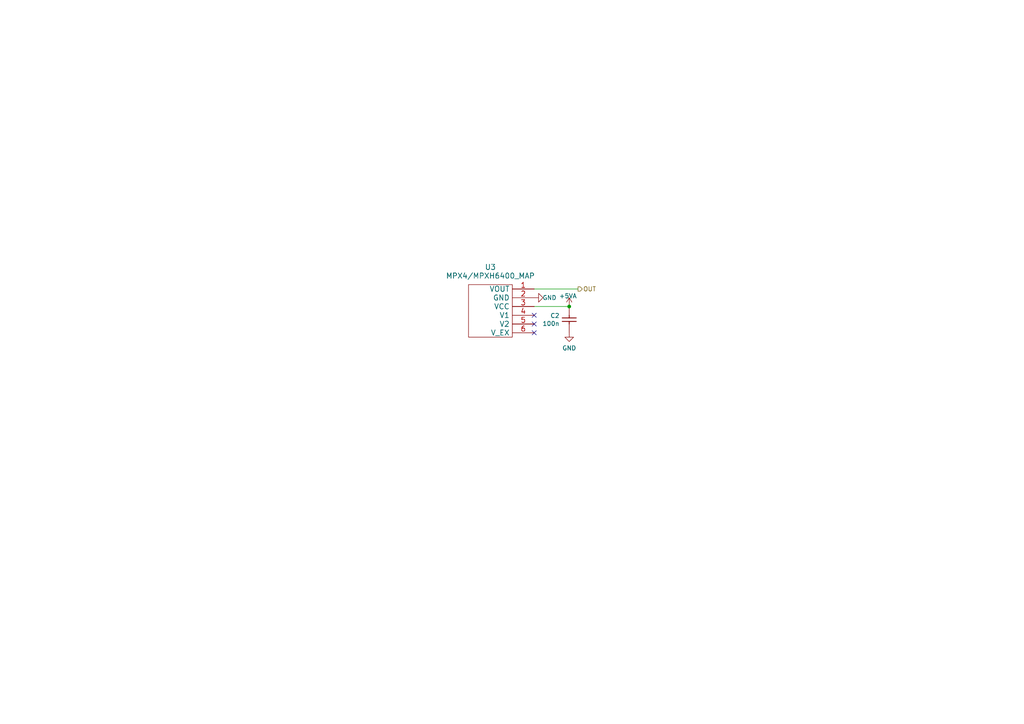
<source format=kicad_sch>
(kicad_sch (version 20230121) (generator eeschema)
  (paper "A4")
  (lib_symbols
    (symbol "MPX-4_MAP:MPX4{slash}MPXH6400_MAP" (pin_names (offset 0.762))
      (property "Reference" "U" (at 0 10.16 0))
      (property "Value" "MPX4{slash}MPXH6400_MAP" (at 3.81 -10.16 0))
      (symbol "MPX4{slash}MPXH6400_MAP_0_1"
        (rectangle (start -2.54 7.62) (end 10.16 -7.62))
      )
      (symbol "MPX4{slash}MPXH6400_MAP_1_1"
        (pin passive line (at -8.89 6.35 0) (length 6.35) (name "VOUT") (number "1"))
        (pin passive line (at -8.89 3.81 0) (length 6.35) (name "GND") (number "2"))
        (pin passive line (at -8.89 1.27 0) (length 6.35) (name "VCC") (number "3"))
        (pin passive line (at -8.89 -1.27 0) (length 6.35) (name "V1") (number "4"))
        (pin passive line (at -8.89 -3.81 0) (length 6.35) (name "V2") (number "5"))
        (pin passive line (at -8.89 -6.35 0) (length 6.35) (name "V_EX") (number "6"))
      )
    )
    (symbol "hellen-one-common:Cap" (pin_numbers hide)
      (property "Reference" "C" (at -3.81 2.54 0))
      (property "Value" "Cap" (at -2.54 -1.27 0))
      (symbol "Cap_1_0"
        (polyline (pts (xy -1.27 0) (xy -0.508 0)) (stroke (width 0.254)))
        (polyline (pts (xy -0.508 -2.032) (xy -0.508 2.032)) (stroke (width 0.254)))
        (polyline (pts (xy 0.508 2.032) (xy 0.508 -2.032)) (stroke (width 0.254)))
        (polyline (pts (xy 1.27 0) (xy 0.508 0)) (stroke (width 0.254)))
        (pin passive line (at -3.81 0 0) (length 2.54) (name "") (number "1"))
        (pin passive line (at 3.81 0 180) (length 2.54) (name "") (number "2"))
      )
    )
    (symbol "power:+5VA" (power) (pin_names (offset 0))
      (property "Value" "+5VA" (at 0 3.556 0))
      (symbol "+5VA_0_1"
        (polyline (pts (xy -0.762 1.27) (xy 0 2.54)))
        (polyline (pts (xy 0 0) (xy 0 2.54)))
        (polyline (pts (xy 0 2.54) (xy 0.762 1.27)))
      )
      (symbol "+5VA_1_1"
        (pin power_in line (at 0 0 90) (length 0) hide (name "+5VA") (number "1"))
      )
    )
    (symbol "power:GND" (power) (pin_names (offset 0))
      (property "Value" "GND" (at 0 -3.81 0))
      (symbol "GND_0_1"
        (polyline (pts (xy 0 0) (xy 0 -1.27) (xy 1.27 -1.27) (xy 0 -2.54) (xy -1.27 -1.27) (xy 0 -1.27)))
      )
      (symbol "GND_1_1"
        (pin power_in line (at 0 0 270) (length 0) hide (name "GND") (number "1"))
      )
    )
  )
  (junction (at 165.1 88.9))
  (no_connect (at 154.94 91.44))
  (no_connect (at 154.94 96.52))
  (no_connect (at 154.94 93.98))
  (wire (pts (xy 165.1 88.9) (xy 154.94 88.9)))
  (wire (pts (xy 154.94 83.82) (xy 167.64 83.82)))
  (hierarchical_label "OUT" (shape output) (at 167.64 83.82 0))
  (symbol (lib_id "power:GND") (at 154.94 86.36 90) (mirror x) (unit 1)
    (property "Reference" "#PWR041" (effects hide))
    (property "Value" "GND" (at 159.385 86.36 90))
    (instances (project "alphax_4ch" (path "" (reference "#PWR041") (unit 1)) (path "" (reference "#PWR0149") (unit 1))) (project "uaefi" (path "" (reference "#PWR041") (unit 1))))
  )
  (symbol (lib_id "power:GND") (at 165.1 96.52 0) (mirror y) (unit 1)
    (property "Reference" "#PWR047" (effects hide))
    (property "Value" "GND" (at 165.1 100.965 0))
    (instances (project "alphax_4ch" (path "" (reference "#PWR047") (unit 1)) (path "" (reference "#PWR0151") (unit 1))) (project "uaefi" (path "" (reference "#PWR047") (unit 1))))
  )
  (symbol (lib_id "power:+5VA") (at 165.1 88.9 0) (mirror y) (unit 1)
    (property "Reference" "#PWR0115" (effects hide))
    (property "Value" "+5VA" (at 164.7317 85.8456 0))
    (instances (project "alphax_4ch" (path "" (reference "#PWR0115") (unit 1)) (path "" (reference "#PWR0150") (unit 1))) (project "uaefi" (path "" (reference "#PWR0115") (unit 1))))
  )
  (symbol (lib_id "hellen-one-common:Cap") (at 165.1 92.71 270) (mirror x) (unit 1)
    (property "Reference" "C2" (at 162.3059 91.5606 90) (effects (justify right)))
    (property "Value" "100n" (at 162.3059 93.8593 90) (effects (justify right)))
    (property "Footprint" "hellen-one-common:C0603" (effects hide))
    (property "LCSC" "C14663" (effects hide))
  )
  (symbol (lib_id "MPX-4_MAP:MPX4{slash}MPXH6400_MAP") (at 146.05 90.17 0) (mirror y) (unit 1)
    (property "Reference" "U3" (at 142.24 77.47 0) (effects (font (size 1.524 1.524))))
    (property "Value" "MPX4/MPXH6400_MAP" (at 142.24 80.01 0) (effects (font (size 1.524 1.524))))
    (property "Footprint" "kicad6-libraries:MPX-4_MAP" (effects hide))
  )
)
</source>
